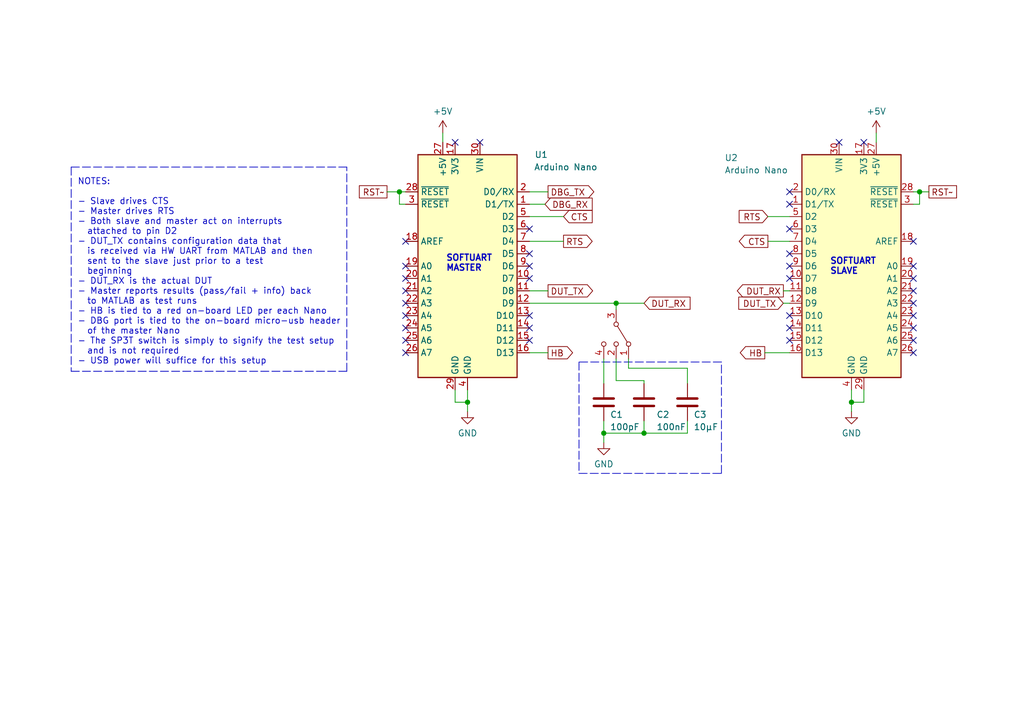
<source format=kicad_sch>
(kicad_sch (version 20211123) (generator eeschema)
  (paper "A5")
  (lib_symbols
    (symbol "Device:C" (pin_numbers hide) (pin_names (offset 0.254))
      (property "Reference" "C" (at 0.635 2.54 0))
      (property "Value" "C" (at 0.635 -2.54 0))
      (symbol "C_0_1"
        (polyline (pts (xy -2.032 -0.762) (xy 2.032 -0.762)) (stroke (width 0.508)))
        (polyline (pts (xy -2.032 0.762) (xy 2.032 0.762)) (stroke (width 0.508)))
      )
      (symbol "C_1_1"
        (pin passive line (at 0 3.81 270) (length 2.794) (name "~") (number "1"))
        (pin passive line (at 0 -3.81 90) (length 2.794) (name "~") (number "2"))
      )
    )
    (symbol "MCU_Module:Arduino_Nano_v3.x"
      (property "Reference" "A" (at -10.16 23.495 0))
      (property "Value" "Arduino_Nano_v3.x" (at 5.08 -24.13 0))
      (symbol "Arduino_Nano_v3.x_0_1"
        (rectangle (start -10.16 22.86) (end 10.16 -22.86) (stroke (width 0.254)) (fill (type background)))
      )
      (symbol "Arduino_Nano_v3.x_1_1"
        (pin bidirectional line (at -12.7 12.7 0) (length 2.54) (name "D1/TX") (number "1"))
        (pin bidirectional line (at -12.7 -2.54 0) (length 2.54) (name "D7") (number "10"))
        (pin bidirectional line (at -12.7 -5.08 0) (length 2.54) (name "D8") (number "11"))
        (pin bidirectional line (at -12.7 -7.62 0) (length 2.54) (name "D9") (number "12"))
        (pin bidirectional line (at -12.7 -10.16 0) (length 2.54) (name "D10") (number "13"))
        (pin bidirectional line (at -12.7 -12.7 0) (length 2.54) (name "D11") (number "14"))
        (pin bidirectional line (at -12.7 -15.24 0) (length 2.54) (name "D12") (number "15"))
        (pin bidirectional line (at -12.7 -17.78 0) (length 2.54) (name "D13") (number "16"))
        (pin power_out line (at 2.54 25.4 270) (length 2.54) (name "3V3") (number "17"))
        (pin input line (at 12.7 5.08 180) (length 2.54) (name "AREF") (number "18"))
        (pin bidirectional line (at 12.7 0 180) (length 2.54) (name "A0") (number "19"))
        (pin bidirectional line (at -12.7 15.24 0) (length 2.54) (name "D0/RX") (number "2"))
        (pin bidirectional line (at 12.7 -2.54 180) (length 2.54) (name "A1") (number "20"))
        (pin bidirectional line (at 12.7 -5.08 180) (length 2.54) (name "A2") (number "21"))
        (pin bidirectional line (at 12.7 -7.62 180) (length 2.54) (name "A3") (number "22"))
        (pin bidirectional line (at 12.7 -10.16 180) (length 2.54) (name "A4") (number "23"))
        (pin bidirectional line (at 12.7 -12.7 180) (length 2.54) (name "A5") (number "24"))
        (pin bidirectional line (at 12.7 -15.24 180) (length 2.54) (name "A6") (number "25"))
        (pin bidirectional line (at 12.7 -17.78 180) (length 2.54) (name "A7") (number "26"))
        (pin power_out line (at 5.08 25.4 270) (length 2.54) (name "+5V") (number "27"))
        (pin input line (at 12.7 15.24 180) (length 2.54) (name "~{RESET}") (number "28"))
        (pin power_in line (at 2.54 -25.4 90) (length 2.54) (name "GND") (number "29"))
        (pin input line (at 12.7 12.7 180) (length 2.54) (name "~{RESET}") (number "3"))
        (pin power_in line (at -2.54 25.4 270) (length 2.54) (name "VIN") (number "30"))
        (pin power_in line (at 0 -25.4 90) (length 2.54) (name "GND") (number "4"))
        (pin bidirectional line (at -12.7 10.16 0) (length 2.54) (name "D2") (number "5"))
        (pin bidirectional line (at -12.7 7.62 0) (length 2.54) (name "D3") (number "6"))
        (pin bidirectional line (at -12.7 5.08 0) (length 2.54) (name "D4") (number "7"))
        (pin bidirectional line (at -12.7 2.54 0) (length 2.54) (name "D5") (number "8"))
        (pin bidirectional line (at -12.7 0 0) (length 2.54) (name "D6") (number "9"))
      )
    )
    (symbol "Switch:SW_SP3T" (pin_names (offset 0) hide)
      (property "Reference" "SW" (at 0 5.08 0))
      (property "Value" "SW_SP3T" (at 0 -5.08 0))
      (symbol "SW_SP3T_0_1"
        (circle (center -2.032 0) (radius 0.4572))
        (polyline (pts (xy -1.651 0.254) (xy 1.651 2.286)))
        (circle (center 2.032 -2.54) (radius 0.4572))
        (circle (center 2.032 0) (radius 0.4572))
        (circle (center 2.032 2.54) (radius 0.4572))
      )
      (symbol "SW_SP3T_1_1"
        (pin passive line (at 5.08 2.54 180) (length 2.54) (name "1") (number "1"))
        (pin passive line (at 5.08 0 180) (length 2.54) (name "2") (number "2"))
        (pin passive line (at -5.08 0 0) (length 2.54) (name "3") (number "3"))
        (pin passive line (at 5.08 -2.54 180) (length 2.54) (name "4") (number "4"))
      )
    )
    (symbol "power:+5V" (power) (pin_names (offset 0))
      (property "Value" "+5V" (at 0 3.556 0))
      (symbol "+5V_0_1"
        (polyline (pts (xy -0.762 1.27) (xy 0 2.54)))
        (polyline (pts (xy 0 0) (xy 0 2.54)))
        (polyline (pts (xy 0 2.54) (xy 0.762 1.27)))
      )
      (symbol "+5V_1_1"
        (pin power_in line (at 0 0 90) (length 0) hide (name "+5V") (number "1"))
      )
    )
    (symbol "power:GND" (power) (pin_names (offset 0))
      (property "Value" "GND" (at 0 -3.81 0))
      (symbol "GND_0_1"
        (polyline (pts (xy 0 0) (xy 0 -1.27) (xy 1.27 -1.27) (xy 0 -2.54) (xy -1.27 -1.27) (xy 0 -1.27)))
      )
      (symbol "GND_1_1"
        (pin power_in line (at 0 0 270) (length 0) hide (name "GND") (number "1"))
      )
    )
  )
  (junction (at 123.825 88.9))
  (junction (at 81.915 39.37))
  (junction (at 132.08 88.9))
  (junction (at 95.885 82.55))
  (junction (at 188.595 39.37))
  (junction (at 126.365 62.23))
  (junction (at 174.625 82.55))
  (no_connect (at 161.925 69.85))
  (no_connect (at 161.925 41.91))
  (no_connect (at 108.585 67.31))
  (no_connect (at 161.925 64.77))
  (no_connect (at 108.585 64.77))
  (no_connect (at 187.325 59.69))
  (no_connect (at 98.425 29.21))
  (no_connect (at 187.325 62.23))
  (no_connect (at 83.185 69.85))
  (no_connect (at 108.585 54.61))
  (no_connect (at 187.325 54.61))
  (no_connect (at 187.325 67.31))
  (no_connect (at 83.185 67.31))
  (no_connect (at 83.185 64.77))
  (no_connect (at 172.085 29.21))
  (no_connect (at 161.925 54.61))
  (no_connect (at 161.925 39.37))
  (no_connect (at 187.325 49.53))
  (no_connect (at 177.165 29.21))
  (no_connect (at 187.325 64.77))
  (no_connect (at 161.925 46.99))
  (no_connect (at 83.185 49.53))
  (no_connect (at 83.185 59.69))
  (no_connect (at 187.325 72.39))
  (no_connect (at 187.325 69.85))
  (no_connect (at 83.185 54.61))
  (no_connect (at 161.925 52.07))
  (no_connect (at 83.185 57.15))
  (no_connect (at 161.925 67.31))
  (no_connect (at 108.585 52.07))
  (no_connect (at 161.925 57.15))
  (no_connect (at 93.345 29.21))
  (no_connect (at 83.185 62.23))
  (no_connect (at 83.185 72.39))
  (no_connect (at 108.585 46.99))
  (no_connect (at 108.585 69.85))
  (no_connect (at 187.325 57.15))
  (no_connect (at 108.585 57.15))
  (wire (pts (xy 177.165 80.01) (xy 177.165 82.55)))
  (wire (pts (xy 81.915 41.91) (xy 83.185 41.91)))
  (wire (pts (xy 140.97 75.565) (xy 140.97 78.74)))
  (wire (pts (xy 126.365 78.105) (xy 132.08 78.105)))
  (polyline (pts (xy 14.605 34.29) (xy 14.605 76.2)))
  (wire (pts (xy 108.585 44.45) (xy 115.57 44.45)))
  (polyline (pts (xy 118.745 74.295) (xy 118.745 97.155)))
  (wire (pts (xy 128.905 73.66) (xy 128.905 75.565)))
  (wire (pts (xy 81.915 39.37) (xy 83.185 39.37)))
  (wire (pts (xy 132.08 86.36) (xy 132.08 88.9)))
  (wire (pts (xy 177.165 82.55) (xy 174.625 82.55)))
  (wire (pts (xy 140.97 88.9) (xy 132.08 88.9)))
  (wire (pts (xy 123.825 88.9) (xy 123.825 90.805)))
  (polyline (pts (xy 118.745 97.155) (xy 147.955 97.155)))
  (wire (pts (xy 90.805 27.305) (xy 90.805 29.21)))
  (wire (pts (xy 126.365 73.66) (xy 126.365 78.105)))
  (polyline (pts (xy 147.955 97.155) (xy 147.955 74.295)))
  (wire (pts (xy 81.915 39.37) (xy 81.915 41.91)))
  (wire (pts (xy 156.845 72.39) (xy 161.925 72.39)))
  (wire (pts (xy 115.57 49.53) (xy 108.585 49.53)))
  (wire (pts (xy 123.825 86.36) (xy 123.825 88.9)))
  (wire (pts (xy 187.325 39.37) (xy 188.595 39.37)))
  (wire (pts (xy 174.625 80.01) (xy 174.625 82.55)))
  (wire (pts (xy 93.345 80.01) (xy 93.345 82.55)))
  (wire (pts (xy 108.585 59.69) (xy 112.395 59.69)))
  (wire (pts (xy 123.825 88.9) (xy 132.08 88.9)))
  (wire (pts (xy 188.595 41.91) (xy 188.595 39.37)))
  (polyline (pts (xy 71.12 76.2) (xy 71.12 34.29)))
  (wire (pts (xy 160.655 59.69) (xy 161.925 59.69)))
  (wire (pts (xy 187.325 41.91) (xy 188.595 41.91)))
  (wire (pts (xy 126.365 62.23) (xy 126.365 63.5)))
  (wire (pts (xy 112.395 72.39) (xy 108.585 72.39)))
  (wire (pts (xy 157.48 49.53) (xy 161.925 49.53)))
  (wire (pts (xy 112.395 39.37) (xy 108.585 39.37)))
  (wire (pts (xy 95.885 82.55) (xy 95.885 84.455)))
  (wire (pts (xy 157.48 44.45) (xy 161.925 44.45)))
  (polyline (pts (xy 147.955 74.295) (xy 118.745 74.295)))
  (polyline (pts (xy 14.605 76.2) (xy 71.12 76.2)))
  (wire (pts (xy 79.375 39.37) (xy 81.915 39.37)))
  (wire (pts (xy 179.705 27.305) (xy 179.705 29.21)))
  (wire (pts (xy 108.585 62.23) (xy 126.365 62.23)))
  (wire (pts (xy 123.825 73.66) (xy 123.825 78.74)))
  (wire (pts (xy 188.595 39.37) (xy 190.5 39.37)))
  (wire (pts (xy 128.905 75.565) (xy 140.97 75.565)))
  (wire (pts (xy 126.365 62.23) (xy 132.08 62.23)))
  (wire (pts (xy 95.885 80.01) (xy 95.885 82.55)))
  (wire (pts (xy 140.97 86.36) (xy 140.97 88.9)))
  (wire (pts (xy 93.345 82.55) (xy 95.885 82.55)))
  (wire (pts (xy 132.08 78.105) (xy 132.08 78.74)))
  (wire (pts (xy 174.625 82.55) (xy 174.625 84.455)))
  (polyline (pts (xy 14.605 34.29) (xy 71.12 34.29)))
  (wire (pts (xy 160.655 62.23) (xy 161.925 62.23)))
  (wire (pts (xy 111.76 41.91) (xy 108.585 41.91)))
  (text "SOFTUART\nMASTER" (at 91.44 55.88 0) (effects (font (size 1.27 1.27) (thickness 0.254) bold) (justify left bottom)))
  (text "NOTES:\n\n- Slave drives CTS\n- Master drives RTS\n- Both slave and master act on interrupts\n  attached to pin D2\n- DUT_TX contains configuration data that\n  is received via HW UART from MATLAB and then \n  sent to the slave just prior to a test\n  beginning\n- DUT_RX is the actual DUT\n- Master reports results (pass/fail + info) back\n  to MATLAB as test runs\n- HB is tied to a red on-board LED per each Nano\n- DBG port is tied to the on-board micro-usb header \n  of the master Nano\n- The SP3T switch is simply to signify the test setup\n  and is not required\n- USB power will suffice for this setup" (at 15.875 74.93 0) (effects (font (size 1.27 1.27)) (justify left bottom)))
  (text "SOFTUART\nSLAVE" (at 170.18 56.515 0) (effects (font (size 1.27 1.27) (thickness 0.254) bold) (justify left bottom)))
  (global_label "RST~" (shape passive) (at 190.5 39.37 0) (property "Intersheet References" "${INTERSHEET_REFS}" (effects hide)))
  (global_label "DUT_TX" (shape input) (at 160.655 62.23 180) (property "Intersheet References" "${INTERSHEET_REFS}" (effects hide)))
  (global_label "DBG_TX" (shape output) (at 112.395 39.37 0) (property "Intersheet References" "${INTERSHEET_REFS}" (effects hide)))
  (global_label "DUT_RX" (shape input) (at 132.08 62.23 0) (property "Intersheet References" "${INTERSHEET_REFS}" (effects hide)))
  (global_label "DBG_RX" (shape input) (at 111.76 41.91 0) (property "Intersheet References" "${INTERSHEET_REFS}" (effects hide)))
  (global_label "HB" (shape output) (at 112.395 72.39 0) (property "Intersheet References" "${INTERSHEET_REFS}" (effects hide)))
  (global_label "RST~" (shape passive) (at 79.375 39.37 180) (property "Intersheet References" "${INTERSHEET_REFS}" (effects hide)))
  (global_label "HB" (shape output) (at 156.845 72.39 180) (property "Intersheet References" "${INTERSHEET_REFS}" (effects hide)))
  (global_label "DUT_TX" (shape output) (at 112.395 59.69 0) (property "Intersheet References" "${INTERSHEET_REFS}" (effects hide)))
  (global_label "RTS" (shape input) (at 157.48 44.45 180) (property "Intersheet References" "${INTERSHEET_REFS}" (effects hide)))
  (global_label "DUT_RX" (shape output) (at 160.655 59.69 180) (property "Intersheet References" "${INTERSHEET_REFS}" (effects hide)))
  (global_label "CTS" (shape input) (at 115.57 44.45 0) (property "Intersheet References" "${INTERSHEET_REFS}" (effects hide)))
  (global_label "CTS" (shape output) (at 157.48 49.53 180) (property "Intersheet References" "${INTERSHEET_REFS}" (effects hide)))
  (global_label "RTS" (shape output) (at 115.57 49.53 0) (property "Intersheet References" "${INTERSHEET_REFS}" (effects hide)))
  (symbol (lib_id "MCU_Module:Arduino_Nano_v3.x") (at 95.885 54.61 0) (mirror y) (unit 1)
    (property "Reference" "U1" (at 112.395 31.75 0) (effects (justify left)))
    (property "Value" "Arduino Nano" (at 122.555 34.29 0) (effects (justify left)))
    (property "Footprint" "Module:Arduino_Nano" (effects hide))
    (property "Datasheet" "http://www.mouser.com/pdfdocs/Gravitech_Arduino_Nano3_0.pdf" (effects hide))
  )
  (symbol (lib_id "Device:C") (at 132.08 82.55 0) (unit 1)
    (property "Reference" "C2" (at 134.62 85.09 0) (effects (justify left)))
    (property "Value" "100nF" (at 134.62 87.63 0) (effects (justify left)))
  )
  (symbol (lib_id "MCU_Module:Arduino_Nano_v3.x") (at 174.625 54.61 0) (unit 1)
    (property "Reference" "U2" (at 148.59 32.385 0) (effects (justify left)))
    (property "Value" "Arduino Nano" (at 148.59 34.925 0) (effects (justify left)))
    (property "Footprint" "Module:Arduino_Nano" (effects hide))
    (property "Datasheet" "http://www.mouser.com/pdfdocs/Gravitech_Arduino_Nano3_0.pdf" (effects hide))
  )
  (symbol (lib_id "Switch:SW_SP3T") (at 126.365 68.58 270) (unit 1)
    (property "Reference" "SW1" (effects hide))
    (property "Value" "SW_SP3T" (effects hide))
  )
  (symbol (lib_id "power:GND") (at 123.825 90.805 0) (mirror y) (unit 1)
    (property "Reference" "#PWR0105" (effects hide))
    (property "Value" "GND" (at 123.825 95.25 0))
  )
  (symbol (lib_id "power:GND") (at 95.885 84.455 0) (mirror y) (unit 1)
    (property "Reference" "#PWR0102" (effects hide))
    (property "Value" "GND" (at 95.885 88.9 0))
  )
  (symbol (lib_id "power:GND") (at 174.625 84.455 0) (unit 1)
    (property "Reference" "#PWR0104" (effects hide))
    (property "Value" "GND" (at 174.625 88.9 0))
  )
  (symbol (lib_id "power:+5V") (at 90.805 27.305 0) (mirror y) (unit 1)
    (property "Reference" "#PWR0101" (effects hide))
    (property "Value" "+5V" (at 90.805 22.86 0))
  )
  (symbol (lib_id "Device:C") (at 123.825 82.55 0) (unit 1)
    (property "Reference" "C1" (at 125.095 85.09 0) (effects (justify left)))
    (property "Value" "100pF" (at 125.095 87.63 0) (effects (justify left)))
  )
  (symbol (lib_id "Device:C") (at 140.97 82.55 0) (unit 1)
    (property "Reference" "C3" (at 142.24 85.09 0) (effects (justify left)))
    (property "Value" "10µF" (at 142.24 87.63 0) (effects (justify left)))
  )
  (symbol (lib_id "power:+5V") (at 179.705 27.305 0) (unit 1)
    (property "Reference" "#PWR0103" (effects hide))
    (property "Value" "+5V" (at 179.705 22.86 0))
  )
)
</source>
